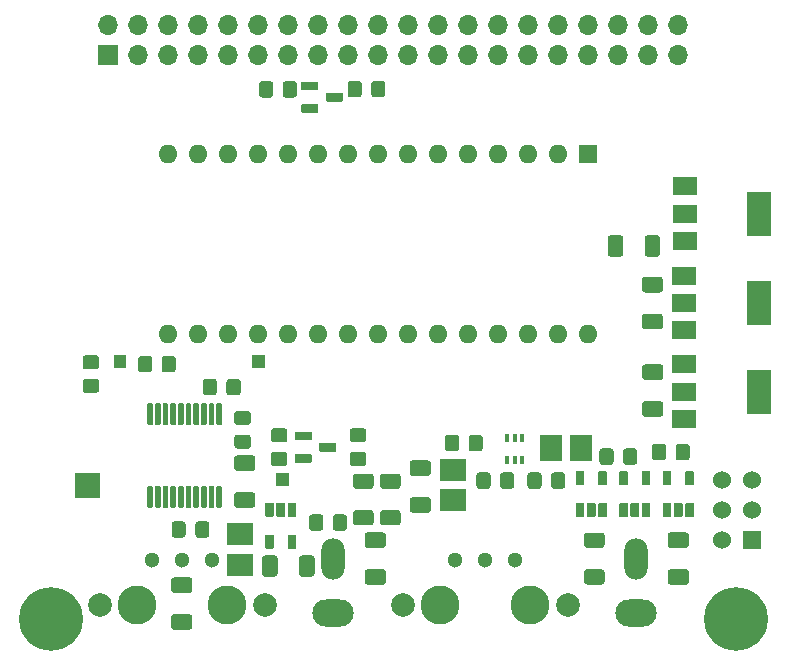
<source format=gbr>
%TF.GenerationSoftware,KiCad,Pcbnew,(5.1.7)-1*%
%TF.CreationDate,2021-08-01T21:01:40-07:00*%
%TF.ProjectId,I2SHat,49325348-6174-42e6-9b69-6361645f7063,rev?*%
%TF.SameCoordinates,Original*%
%TF.FileFunction,Soldermask,Bot*%
%TF.FilePolarity,Negative*%
%FSLAX46Y46*%
G04 Gerber Fmt 4.6, Leading zero omitted, Abs format (unit mm)*
G04 Created by KiCad (PCBNEW (5.1.7)-1) date 2021-08-01 21:01:40*
%MOMM*%
%LPD*%
G01*
G04 APERTURE LIST*
%ADD10C,0.100000*%
%ADD11O,2.000000X3.500000*%
%ADD12O,3.500000X2.300000*%
%ADD13C,2.000000*%
%ADD14O,1.600000X1.600000*%
%ADD15R,1.600000X1.600000*%
%ADD16C,3.300000*%
%ADD17C,1.300000*%
%ADD18O,1.700000X1.700000*%
%ADD19R,1.700000X1.700000*%
%ADD20R,2.000000X1.500000*%
%ADD21R,2.000000X3.800000*%
%ADD22R,0.400000X0.650000*%
%ADD23C,5.400000*%
%ADD24C,1.524000*%
%ADD25R,1.524000X1.524000*%
%ADD26R,2.200000X1.825000*%
%ADD27R,1.825000X2.200000*%
G04 APERTURE END LIST*
D10*
G36*
X68250000Y-71000000D02*
G01*
X67250000Y-71000000D01*
X67250000Y-70000000D01*
X68250000Y-70000000D01*
X68250000Y-71000000D01*
G37*
X68250000Y-71000000D02*
X67250000Y-71000000D01*
X67250000Y-70000000D01*
X68250000Y-70000000D01*
X68250000Y-71000000D01*
G36*
X82000000Y-81000000D02*
G01*
X81000000Y-81000000D01*
X81000000Y-80000000D01*
X82000000Y-80000000D01*
X82000000Y-81000000D01*
G37*
X82000000Y-81000000D02*
X81000000Y-81000000D01*
X81000000Y-80000000D01*
X82000000Y-80000000D01*
X82000000Y-81000000D01*
G36*
X80000000Y-71000000D02*
G01*
X79000000Y-71000000D01*
X79000000Y-70000000D01*
X80000000Y-70000000D01*
X80000000Y-71000000D01*
G37*
X80000000Y-71000000D02*
X79000000Y-71000000D01*
X79000000Y-70000000D01*
X80000000Y-70000000D01*
X80000000Y-71000000D01*
G36*
X66000000Y-82000000D02*
G01*
X64000000Y-82000000D01*
X64000000Y-80000000D01*
X66000000Y-80000000D01*
X66000000Y-82000000D01*
G37*
X66000000Y-82000000D02*
X64000000Y-82000000D01*
X64000000Y-80000000D01*
X66000000Y-80000000D01*
X66000000Y-82000000D01*
D11*
%TO.C,J5*%
X111506000Y-87321000D03*
D12*
X111506000Y-91821000D03*
%TD*%
D11*
%TO.C,J3*%
X85852000Y-87321000D03*
D12*
X85852000Y-91821000D03*
%TD*%
D13*
%TO.C,TP7*%
X66065000Y-91136000D03*
%TD*%
%TO.C,TP6*%
X80035000Y-91136000D03*
%TD*%
%TO.C,TP5*%
X91719000Y-91136000D03*
%TD*%
%TO.C,TP4*%
X105689000Y-91136000D03*
%TD*%
D14*
%TO.C,A1*%
X71818500Y-68262500D03*
X71818500Y-53022500D03*
X107378500Y-68262500D03*
X74358500Y-53022500D03*
X104838500Y-68262500D03*
X76898500Y-53022500D03*
X102298500Y-68262500D03*
X79438500Y-53022500D03*
X99758500Y-68262500D03*
X81978500Y-53022500D03*
X97218500Y-68262500D03*
X84518500Y-53022500D03*
X94678500Y-68262500D03*
X87058500Y-53022500D03*
X92138500Y-68262500D03*
X89598500Y-53022500D03*
X89598500Y-68262500D03*
X92138500Y-53022500D03*
X87058500Y-68262500D03*
X94678500Y-53022500D03*
X84518500Y-68262500D03*
X97218500Y-53022500D03*
X81978500Y-68262500D03*
X99758500Y-53022500D03*
X79438500Y-68262500D03*
X102298500Y-53022500D03*
X76898500Y-68262500D03*
X104838500Y-53022500D03*
X74358500Y-68262500D03*
D15*
X107378500Y-53022500D03*
%TD*%
%TO.C,U6*%
G36*
G01*
X112699000Y-82613000D02*
X112699000Y-83663000D01*
G75*
G02*
X112629000Y-83733000I-70000J0D01*
G01*
X112029000Y-83733000D01*
G75*
G02*
X111959000Y-83663000I0J70000D01*
G01*
X111959000Y-82613000D01*
G75*
G02*
X112029000Y-82543000I70000J0D01*
G01*
X112629000Y-82543000D01*
G75*
G02*
X112699000Y-82613000I0J-70000D01*
G01*
G37*
G36*
G01*
X111749000Y-82613000D02*
X111749000Y-83663000D01*
G75*
G02*
X111679000Y-83733000I-70000J0D01*
G01*
X111079000Y-83733000D01*
G75*
G02*
X111009000Y-83663000I0J70000D01*
G01*
X111009000Y-82613000D01*
G75*
G02*
X111079000Y-82543000I70000J0D01*
G01*
X111679000Y-82543000D01*
G75*
G02*
X111749000Y-82613000I0J-70000D01*
G01*
G37*
G36*
G01*
X110799000Y-82613000D02*
X110799000Y-83663000D01*
G75*
G02*
X110729000Y-83733000I-70000J0D01*
G01*
X110129000Y-83733000D01*
G75*
G02*
X110059000Y-83663000I0J70000D01*
G01*
X110059000Y-82613000D01*
G75*
G02*
X110129000Y-82543000I70000J0D01*
G01*
X110729000Y-82543000D01*
G75*
G02*
X110799000Y-82613000I0J-70000D01*
G01*
G37*
G36*
G01*
X110799000Y-79913000D02*
X110799000Y-80963000D01*
G75*
G02*
X110729000Y-81033000I-70000J0D01*
G01*
X110129000Y-81033000D01*
G75*
G02*
X110059000Y-80963000I0J70000D01*
G01*
X110059000Y-79913000D01*
G75*
G02*
X110129000Y-79843000I70000J0D01*
G01*
X110729000Y-79843000D01*
G75*
G02*
X110799000Y-79913000I0J-70000D01*
G01*
G37*
G36*
G01*
X112699000Y-79913000D02*
X112699000Y-80963000D01*
G75*
G02*
X112629000Y-81033000I-70000J0D01*
G01*
X112029000Y-81033000D01*
G75*
G02*
X111959000Y-80963000I0J70000D01*
G01*
X111959000Y-79913000D01*
G75*
G02*
X112029000Y-79843000I70000J0D01*
G01*
X112629000Y-79843000D01*
G75*
G02*
X112699000Y-79913000I0J-70000D01*
G01*
G37*
%TD*%
%TO.C,U5*%
G36*
G01*
X116382000Y-82613000D02*
X116382000Y-83663000D01*
G75*
G02*
X116312000Y-83733000I-70000J0D01*
G01*
X115712000Y-83733000D01*
G75*
G02*
X115642000Y-83663000I0J70000D01*
G01*
X115642000Y-82613000D01*
G75*
G02*
X115712000Y-82543000I70000J0D01*
G01*
X116312000Y-82543000D01*
G75*
G02*
X116382000Y-82613000I0J-70000D01*
G01*
G37*
G36*
G01*
X115432000Y-82613000D02*
X115432000Y-83663000D01*
G75*
G02*
X115362000Y-83733000I-70000J0D01*
G01*
X114762000Y-83733000D01*
G75*
G02*
X114692000Y-83663000I0J70000D01*
G01*
X114692000Y-82613000D01*
G75*
G02*
X114762000Y-82543000I70000J0D01*
G01*
X115362000Y-82543000D01*
G75*
G02*
X115432000Y-82613000I0J-70000D01*
G01*
G37*
G36*
G01*
X114482000Y-82613000D02*
X114482000Y-83663000D01*
G75*
G02*
X114412000Y-83733000I-70000J0D01*
G01*
X113812000Y-83733000D01*
G75*
G02*
X113742000Y-83663000I0J70000D01*
G01*
X113742000Y-82613000D01*
G75*
G02*
X113812000Y-82543000I70000J0D01*
G01*
X114412000Y-82543000D01*
G75*
G02*
X114482000Y-82613000I0J-70000D01*
G01*
G37*
G36*
G01*
X114482000Y-79913000D02*
X114482000Y-80963000D01*
G75*
G02*
X114412000Y-81033000I-70000J0D01*
G01*
X113812000Y-81033000D01*
G75*
G02*
X113742000Y-80963000I0J70000D01*
G01*
X113742000Y-79913000D01*
G75*
G02*
X113812000Y-79843000I70000J0D01*
G01*
X114412000Y-79843000D01*
G75*
G02*
X114482000Y-79913000I0J-70000D01*
G01*
G37*
G36*
G01*
X116382000Y-79913000D02*
X116382000Y-80963000D01*
G75*
G02*
X116312000Y-81033000I-70000J0D01*
G01*
X115712000Y-81033000D01*
G75*
G02*
X115642000Y-80963000I0J70000D01*
G01*
X115642000Y-79913000D01*
G75*
G02*
X115712000Y-79843000I70000J0D01*
G01*
X116312000Y-79843000D01*
G75*
G02*
X116382000Y-79913000I0J-70000D01*
G01*
G37*
%TD*%
%TO.C,R5*%
G36*
G01*
X104286000Y-81095001D02*
X104286000Y-80194999D01*
G75*
G02*
X104535999Y-79945000I249999J0D01*
G01*
X105236001Y-79945000D01*
G75*
G02*
X105486000Y-80194999I0J-249999D01*
G01*
X105486000Y-81095001D01*
G75*
G02*
X105236001Y-81345000I-249999J0D01*
G01*
X104535999Y-81345000D01*
G75*
G02*
X104286000Y-81095001I0J249999D01*
G01*
G37*
G36*
G01*
X102286000Y-81095001D02*
X102286000Y-80194999D01*
G75*
G02*
X102535999Y-79945000I249999J0D01*
G01*
X103236001Y-79945000D01*
G75*
G02*
X103486000Y-80194999I0J-249999D01*
G01*
X103486000Y-81095001D01*
G75*
G02*
X103236001Y-81345000I-249999J0D01*
G01*
X102535999Y-81345000D01*
G75*
G02*
X102286000Y-81095001I0J249999D01*
G01*
G37*
%TD*%
%TO.C,R1*%
G36*
G01*
X99168000Y-80194999D02*
X99168000Y-81095001D01*
G75*
G02*
X98918001Y-81345000I-249999J0D01*
G01*
X98217999Y-81345000D01*
G75*
G02*
X97968000Y-81095001I0J249999D01*
G01*
X97968000Y-80194999D01*
G75*
G02*
X98217999Y-79945000I249999J0D01*
G01*
X98918001Y-79945000D01*
G75*
G02*
X99168000Y-80194999I0J-249999D01*
G01*
G37*
G36*
G01*
X101168000Y-80194999D02*
X101168000Y-81095001D01*
G75*
G02*
X100918001Y-81345000I-249999J0D01*
G01*
X100217999Y-81345000D01*
G75*
G02*
X99968000Y-81095001I0J249999D01*
G01*
X99968000Y-80194999D01*
G75*
G02*
X100217999Y-79945000I249999J0D01*
G01*
X100918001Y-79945000D01*
G75*
G02*
X101168000Y-80194999I0J-249999D01*
G01*
G37*
%TD*%
%TO.C,C6*%
G36*
G01*
X88757997Y-88149000D02*
X90058003Y-88149000D01*
G75*
G02*
X90308000Y-88398997I0J-249997D01*
G01*
X90308000Y-89224003D01*
G75*
G02*
X90058003Y-89474000I-249997J0D01*
G01*
X88757997Y-89474000D01*
G75*
G02*
X88508000Y-89224003I0J249997D01*
G01*
X88508000Y-88398997D01*
G75*
G02*
X88757997Y-88149000I249997J0D01*
G01*
G37*
G36*
G01*
X88757997Y-85024000D02*
X90058003Y-85024000D01*
G75*
G02*
X90308000Y-85273997I0J-249997D01*
G01*
X90308000Y-86099003D01*
G75*
G02*
X90058003Y-86349000I-249997J0D01*
G01*
X88757997Y-86349000D01*
G75*
G02*
X88508000Y-86099003I0J249997D01*
G01*
X88508000Y-85273997D01*
G75*
G02*
X88757997Y-85024000I249997J0D01*
G01*
G37*
%TD*%
D16*
%TO.C,J1*%
X94869000Y-91160600D03*
X102489000Y-91160600D03*
D17*
X96139000Y-87350600D03*
X98679000Y-87350600D03*
X101219000Y-87350600D03*
%TD*%
D18*
%TO.C,J4*%
X115049300Y-42103040D03*
X115049300Y-44643040D03*
X112509300Y-42103040D03*
X112509300Y-44643040D03*
X109969300Y-42103040D03*
X109969300Y-44643040D03*
X107429300Y-42103040D03*
X107429300Y-44643040D03*
X104889300Y-42103040D03*
X104889300Y-44643040D03*
X102349300Y-42103040D03*
X102349300Y-44643040D03*
X99809300Y-42103040D03*
X99809300Y-44643040D03*
X97269300Y-42103040D03*
X97269300Y-44643040D03*
X94729300Y-42103040D03*
X94729300Y-44643040D03*
X92189300Y-42103040D03*
X92189300Y-44643040D03*
X89649300Y-42103040D03*
X89649300Y-44643040D03*
X87109300Y-42103040D03*
X87109300Y-44643040D03*
X84569300Y-42103040D03*
X84569300Y-44643040D03*
X82029300Y-42103040D03*
X82029300Y-44643040D03*
X79489300Y-42103040D03*
X79489300Y-44643040D03*
X76949300Y-42103040D03*
X76949300Y-44643040D03*
X74409300Y-42103040D03*
X74409300Y-44643040D03*
X71869300Y-42103040D03*
X71869300Y-44643040D03*
X69329300Y-42103040D03*
X69329300Y-44643040D03*
X66789300Y-42103040D03*
D19*
X66789300Y-44643040D03*
%TD*%
%TO.C,R19*%
G36*
G01*
X89058700Y-47948001D02*
X89058700Y-47047999D01*
G75*
G02*
X89308699Y-46798000I249999J0D01*
G01*
X90008701Y-46798000D01*
G75*
G02*
X90258700Y-47047999I0J-249999D01*
G01*
X90258700Y-47948001D01*
G75*
G02*
X90008701Y-48198000I-249999J0D01*
G01*
X89308699Y-48198000D01*
G75*
G02*
X89058700Y-47948001I0J249999D01*
G01*
G37*
G36*
G01*
X87058700Y-47948001D02*
X87058700Y-47047999D01*
G75*
G02*
X87308699Y-46798000I249999J0D01*
G01*
X88008701Y-46798000D01*
G75*
G02*
X88258700Y-47047999I0J-249999D01*
G01*
X88258700Y-47948001D01*
G75*
G02*
X88008701Y-48198000I-249999J0D01*
G01*
X87308699Y-48198000D01*
G75*
G02*
X87058700Y-47948001I0J249999D01*
G01*
G37*
%TD*%
%TO.C,R7*%
G36*
G01*
X89017001Y-81345200D02*
X87766999Y-81345200D01*
G75*
G02*
X87517000Y-81095201I0J249999D01*
G01*
X87517000Y-80295199D01*
G75*
G02*
X87766999Y-80045200I249999J0D01*
G01*
X89017001Y-80045200D01*
G75*
G02*
X89267000Y-80295199I0J-249999D01*
G01*
X89267000Y-81095201D01*
G75*
G02*
X89017001Y-81345200I-249999J0D01*
G01*
G37*
G36*
G01*
X89017001Y-84445200D02*
X87766999Y-84445200D01*
G75*
G02*
X87517000Y-84195201I0J249999D01*
G01*
X87517000Y-83395199D01*
G75*
G02*
X87766999Y-83145200I249999J0D01*
G01*
X89017001Y-83145200D01*
G75*
G02*
X89267000Y-83395199I0J-249999D01*
G01*
X89267000Y-84195201D01*
G75*
G02*
X89017001Y-84445200I-249999J0D01*
G01*
G37*
%TD*%
%TO.C,R8*%
G36*
G01*
X91303001Y-81345200D02*
X90052999Y-81345200D01*
G75*
G02*
X89803000Y-81095201I0J249999D01*
G01*
X89803000Y-80295199D01*
G75*
G02*
X90052999Y-80045200I249999J0D01*
G01*
X91303001Y-80045200D01*
G75*
G02*
X91553000Y-80295199I0J-249999D01*
G01*
X91553000Y-81095201D01*
G75*
G02*
X91303001Y-81345200I-249999J0D01*
G01*
G37*
G36*
G01*
X91303001Y-84445200D02*
X90052999Y-84445200D01*
G75*
G02*
X89803000Y-84195201I0J249999D01*
G01*
X89803000Y-83395199D01*
G75*
G02*
X90052999Y-83145200I249999J0D01*
G01*
X91303001Y-83145200D01*
G75*
G02*
X91553000Y-83395199I0J-249999D01*
G01*
X91553000Y-84195201D01*
G75*
G02*
X91303001Y-84445200I-249999J0D01*
G01*
G37*
%TD*%
%TO.C,R12*%
G36*
G01*
X108575001Y-86349000D02*
X107324999Y-86349000D01*
G75*
G02*
X107075000Y-86099001I0J249999D01*
G01*
X107075000Y-85298999D01*
G75*
G02*
X107324999Y-85049000I249999J0D01*
G01*
X108575001Y-85049000D01*
G75*
G02*
X108825000Y-85298999I0J-249999D01*
G01*
X108825000Y-86099001D01*
G75*
G02*
X108575001Y-86349000I-249999J0D01*
G01*
G37*
G36*
G01*
X108575001Y-89449000D02*
X107324999Y-89449000D01*
G75*
G02*
X107075000Y-89199001I0J249999D01*
G01*
X107075000Y-88398999D01*
G75*
G02*
X107324999Y-88149000I249999J0D01*
G01*
X108575001Y-88149000D01*
G75*
G02*
X108825000Y-88398999I0J-249999D01*
G01*
X108825000Y-89199001D01*
G75*
G02*
X108575001Y-89449000I-249999J0D01*
G01*
G37*
%TD*%
D20*
%TO.C,U10*%
X115556900Y-75413900D03*
X115556900Y-70813900D03*
X115556900Y-73113900D03*
D21*
X121856900Y-73113900D03*
%TD*%
D20*
%TO.C,U11*%
X115582300Y-67920900D03*
X115582300Y-63320900D03*
X115582300Y-65620900D03*
D21*
X121882300Y-65620900D03*
%TD*%
D20*
%TO.C,U9*%
X115607700Y-60339000D03*
X115607700Y-55739000D03*
X115607700Y-58039000D03*
D21*
X121907700Y-58039000D03*
%TD*%
%TO.C,U7*%
G36*
G01*
X76316300Y-75974100D02*
X76066300Y-75974100D01*
G75*
G02*
X75941300Y-75849100I0J125000D01*
G01*
X75941300Y-74199100D01*
G75*
G02*
X76066300Y-74074100I125000J0D01*
G01*
X76316300Y-74074100D01*
G75*
G02*
X76441300Y-74199100I0J-125000D01*
G01*
X76441300Y-75849100D01*
G75*
G02*
X76316300Y-75974100I-125000J0D01*
G01*
G37*
G36*
G01*
X75666300Y-75974100D02*
X75416300Y-75974100D01*
G75*
G02*
X75291300Y-75849100I0J125000D01*
G01*
X75291300Y-74199100D01*
G75*
G02*
X75416300Y-74074100I125000J0D01*
G01*
X75666300Y-74074100D01*
G75*
G02*
X75791300Y-74199100I0J-125000D01*
G01*
X75791300Y-75849100D01*
G75*
G02*
X75666300Y-75974100I-125000J0D01*
G01*
G37*
G36*
G01*
X75016300Y-75974100D02*
X74766300Y-75974100D01*
G75*
G02*
X74641300Y-75849100I0J125000D01*
G01*
X74641300Y-74199100D01*
G75*
G02*
X74766300Y-74074100I125000J0D01*
G01*
X75016300Y-74074100D01*
G75*
G02*
X75141300Y-74199100I0J-125000D01*
G01*
X75141300Y-75849100D01*
G75*
G02*
X75016300Y-75974100I-125000J0D01*
G01*
G37*
G36*
G01*
X74366300Y-75974100D02*
X74116300Y-75974100D01*
G75*
G02*
X73991300Y-75849100I0J125000D01*
G01*
X73991300Y-74199100D01*
G75*
G02*
X74116300Y-74074100I125000J0D01*
G01*
X74366300Y-74074100D01*
G75*
G02*
X74491300Y-74199100I0J-125000D01*
G01*
X74491300Y-75849100D01*
G75*
G02*
X74366300Y-75974100I-125000J0D01*
G01*
G37*
G36*
G01*
X73716300Y-75974100D02*
X73466300Y-75974100D01*
G75*
G02*
X73341300Y-75849100I0J125000D01*
G01*
X73341300Y-74199100D01*
G75*
G02*
X73466300Y-74074100I125000J0D01*
G01*
X73716300Y-74074100D01*
G75*
G02*
X73841300Y-74199100I0J-125000D01*
G01*
X73841300Y-75849100D01*
G75*
G02*
X73716300Y-75974100I-125000J0D01*
G01*
G37*
G36*
G01*
X73066300Y-75974100D02*
X72816300Y-75974100D01*
G75*
G02*
X72691300Y-75849100I0J125000D01*
G01*
X72691300Y-74199100D01*
G75*
G02*
X72816300Y-74074100I125000J0D01*
G01*
X73066300Y-74074100D01*
G75*
G02*
X73191300Y-74199100I0J-125000D01*
G01*
X73191300Y-75849100D01*
G75*
G02*
X73066300Y-75974100I-125000J0D01*
G01*
G37*
G36*
G01*
X72416300Y-75974100D02*
X72166300Y-75974100D01*
G75*
G02*
X72041300Y-75849100I0J125000D01*
G01*
X72041300Y-74199100D01*
G75*
G02*
X72166300Y-74074100I125000J0D01*
G01*
X72416300Y-74074100D01*
G75*
G02*
X72541300Y-74199100I0J-125000D01*
G01*
X72541300Y-75849100D01*
G75*
G02*
X72416300Y-75974100I-125000J0D01*
G01*
G37*
G36*
G01*
X71766300Y-75974100D02*
X71516300Y-75974100D01*
G75*
G02*
X71391300Y-75849100I0J125000D01*
G01*
X71391300Y-74199100D01*
G75*
G02*
X71516300Y-74074100I125000J0D01*
G01*
X71766300Y-74074100D01*
G75*
G02*
X71891300Y-74199100I0J-125000D01*
G01*
X71891300Y-75849100D01*
G75*
G02*
X71766300Y-75974100I-125000J0D01*
G01*
G37*
G36*
G01*
X71116300Y-75974100D02*
X70866300Y-75974100D01*
G75*
G02*
X70741300Y-75849100I0J125000D01*
G01*
X70741300Y-74199100D01*
G75*
G02*
X70866300Y-74074100I125000J0D01*
G01*
X71116300Y-74074100D01*
G75*
G02*
X71241300Y-74199100I0J-125000D01*
G01*
X71241300Y-75849100D01*
G75*
G02*
X71116300Y-75974100I-125000J0D01*
G01*
G37*
G36*
G01*
X70466300Y-75974100D02*
X70216300Y-75974100D01*
G75*
G02*
X70091300Y-75849100I0J125000D01*
G01*
X70091300Y-74199100D01*
G75*
G02*
X70216300Y-74074100I125000J0D01*
G01*
X70466300Y-74074100D01*
G75*
G02*
X70591300Y-74199100I0J-125000D01*
G01*
X70591300Y-75849100D01*
G75*
G02*
X70466300Y-75974100I-125000J0D01*
G01*
G37*
G36*
G01*
X70466300Y-82974100D02*
X70216300Y-82974100D01*
G75*
G02*
X70091300Y-82849100I0J125000D01*
G01*
X70091300Y-81199100D01*
G75*
G02*
X70216300Y-81074100I125000J0D01*
G01*
X70466300Y-81074100D01*
G75*
G02*
X70591300Y-81199100I0J-125000D01*
G01*
X70591300Y-82849100D01*
G75*
G02*
X70466300Y-82974100I-125000J0D01*
G01*
G37*
G36*
G01*
X71116300Y-82974100D02*
X70866300Y-82974100D01*
G75*
G02*
X70741300Y-82849100I0J125000D01*
G01*
X70741300Y-81199100D01*
G75*
G02*
X70866300Y-81074100I125000J0D01*
G01*
X71116300Y-81074100D01*
G75*
G02*
X71241300Y-81199100I0J-125000D01*
G01*
X71241300Y-82849100D01*
G75*
G02*
X71116300Y-82974100I-125000J0D01*
G01*
G37*
G36*
G01*
X71766300Y-82974100D02*
X71516300Y-82974100D01*
G75*
G02*
X71391300Y-82849100I0J125000D01*
G01*
X71391300Y-81199100D01*
G75*
G02*
X71516300Y-81074100I125000J0D01*
G01*
X71766300Y-81074100D01*
G75*
G02*
X71891300Y-81199100I0J-125000D01*
G01*
X71891300Y-82849100D01*
G75*
G02*
X71766300Y-82974100I-125000J0D01*
G01*
G37*
G36*
G01*
X72416300Y-82974100D02*
X72166300Y-82974100D01*
G75*
G02*
X72041300Y-82849100I0J125000D01*
G01*
X72041300Y-81199100D01*
G75*
G02*
X72166300Y-81074100I125000J0D01*
G01*
X72416300Y-81074100D01*
G75*
G02*
X72541300Y-81199100I0J-125000D01*
G01*
X72541300Y-82849100D01*
G75*
G02*
X72416300Y-82974100I-125000J0D01*
G01*
G37*
G36*
G01*
X73066300Y-82974100D02*
X72816300Y-82974100D01*
G75*
G02*
X72691300Y-82849100I0J125000D01*
G01*
X72691300Y-81199100D01*
G75*
G02*
X72816300Y-81074100I125000J0D01*
G01*
X73066300Y-81074100D01*
G75*
G02*
X73191300Y-81199100I0J-125000D01*
G01*
X73191300Y-82849100D01*
G75*
G02*
X73066300Y-82974100I-125000J0D01*
G01*
G37*
G36*
G01*
X73716300Y-82974100D02*
X73466300Y-82974100D01*
G75*
G02*
X73341300Y-82849100I0J125000D01*
G01*
X73341300Y-81199100D01*
G75*
G02*
X73466300Y-81074100I125000J0D01*
G01*
X73716300Y-81074100D01*
G75*
G02*
X73841300Y-81199100I0J-125000D01*
G01*
X73841300Y-82849100D01*
G75*
G02*
X73716300Y-82974100I-125000J0D01*
G01*
G37*
G36*
G01*
X74366300Y-82974100D02*
X74116300Y-82974100D01*
G75*
G02*
X73991300Y-82849100I0J125000D01*
G01*
X73991300Y-81199100D01*
G75*
G02*
X74116300Y-81074100I125000J0D01*
G01*
X74366300Y-81074100D01*
G75*
G02*
X74491300Y-81199100I0J-125000D01*
G01*
X74491300Y-82849100D01*
G75*
G02*
X74366300Y-82974100I-125000J0D01*
G01*
G37*
G36*
G01*
X75016300Y-82974100D02*
X74766300Y-82974100D01*
G75*
G02*
X74641300Y-82849100I0J125000D01*
G01*
X74641300Y-81199100D01*
G75*
G02*
X74766300Y-81074100I125000J0D01*
G01*
X75016300Y-81074100D01*
G75*
G02*
X75141300Y-81199100I0J-125000D01*
G01*
X75141300Y-82849100D01*
G75*
G02*
X75016300Y-82974100I-125000J0D01*
G01*
G37*
G36*
G01*
X75666300Y-82974100D02*
X75416300Y-82974100D01*
G75*
G02*
X75291300Y-82849100I0J125000D01*
G01*
X75291300Y-81199100D01*
G75*
G02*
X75416300Y-81074100I125000J0D01*
G01*
X75666300Y-81074100D01*
G75*
G02*
X75791300Y-81199100I0J-125000D01*
G01*
X75791300Y-82849100D01*
G75*
G02*
X75666300Y-82974100I-125000J0D01*
G01*
G37*
G36*
G01*
X76316300Y-82974100D02*
X76066300Y-82974100D01*
G75*
G02*
X75941300Y-82849100I0J125000D01*
G01*
X75941300Y-81199100D01*
G75*
G02*
X76066300Y-81074100I125000J0D01*
G01*
X76316300Y-81074100D01*
G75*
G02*
X76441300Y-81199100I0J-125000D01*
G01*
X76441300Y-82849100D01*
G75*
G02*
X76316300Y-82974100I-125000J0D01*
G01*
G37*
%TD*%
D22*
%TO.C,U2*%
X101869000Y-77028000D03*
X100569000Y-77028000D03*
X101219000Y-78928000D03*
X101219000Y-77028000D03*
X100569000Y-78928000D03*
X101869000Y-78928000D03*
%TD*%
%TO.C,U4*%
G36*
G01*
X109016000Y-82613000D02*
X109016000Y-83663000D01*
G75*
G02*
X108946000Y-83733000I-70000J0D01*
G01*
X108346000Y-83733000D01*
G75*
G02*
X108276000Y-83663000I0J70000D01*
G01*
X108276000Y-82613000D01*
G75*
G02*
X108346000Y-82543000I70000J0D01*
G01*
X108946000Y-82543000D01*
G75*
G02*
X109016000Y-82613000I0J-70000D01*
G01*
G37*
G36*
G01*
X108066000Y-82613000D02*
X108066000Y-83663000D01*
G75*
G02*
X107996000Y-83733000I-70000J0D01*
G01*
X107396000Y-83733000D01*
G75*
G02*
X107326000Y-83663000I0J70000D01*
G01*
X107326000Y-82613000D01*
G75*
G02*
X107396000Y-82543000I70000J0D01*
G01*
X107996000Y-82543000D01*
G75*
G02*
X108066000Y-82613000I0J-70000D01*
G01*
G37*
G36*
G01*
X107116000Y-82613000D02*
X107116000Y-83663000D01*
G75*
G02*
X107046000Y-83733000I-70000J0D01*
G01*
X106446000Y-83733000D01*
G75*
G02*
X106376000Y-83663000I0J70000D01*
G01*
X106376000Y-82613000D01*
G75*
G02*
X106446000Y-82543000I70000J0D01*
G01*
X107046000Y-82543000D01*
G75*
G02*
X107116000Y-82613000I0J-70000D01*
G01*
G37*
G36*
G01*
X107116000Y-79913000D02*
X107116000Y-80963000D01*
G75*
G02*
X107046000Y-81033000I-70000J0D01*
G01*
X106446000Y-81033000D01*
G75*
G02*
X106376000Y-80963000I0J70000D01*
G01*
X106376000Y-79913000D01*
G75*
G02*
X106446000Y-79843000I70000J0D01*
G01*
X107046000Y-79843000D01*
G75*
G02*
X107116000Y-79913000I0J-70000D01*
G01*
G37*
G36*
G01*
X109016000Y-79913000D02*
X109016000Y-80963000D01*
G75*
G02*
X108946000Y-81033000I-70000J0D01*
G01*
X108346000Y-81033000D01*
G75*
G02*
X108276000Y-80963000I0J70000D01*
G01*
X108276000Y-79913000D01*
G75*
G02*
X108346000Y-79843000I70000J0D01*
G01*
X108946000Y-79843000D01*
G75*
G02*
X109016000Y-79913000I0J-70000D01*
G01*
G37*
%TD*%
D23*
%TO.C,H2*%
X119938800Y-92379800D03*
%TD*%
%TO.C,H1*%
X61925200Y-92379800D03*
%TD*%
D24*
%TO.C,SW1*%
X118729000Y-85651200D03*
X118729000Y-83111200D03*
X118729000Y-80571200D03*
X121269000Y-80571200D03*
X121269000Y-83111200D03*
D25*
X121269000Y-85651200D03*
%TD*%
%TO.C,R11*%
G36*
G01*
X109582000Y-78162999D02*
X109582000Y-79063001D01*
G75*
G02*
X109332001Y-79313000I-249999J0D01*
G01*
X108631999Y-79313000D01*
G75*
G02*
X108382000Y-79063001I0J249999D01*
G01*
X108382000Y-78162999D01*
G75*
G02*
X108631999Y-77913000I249999J0D01*
G01*
X109332001Y-77913000D01*
G75*
G02*
X109582000Y-78162999I0J-249999D01*
G01*
G37*
G36*
G01*
X111582000Y-78162999D02*
X111582000Y-79063001D01*
G75*
G02*
X111332001Y-79313000I-249999J0D01*
G01*
X110631999Y-79313000D01*
G75*
G02*
X110382000Y-79063001I0J249999D01*
G01*
X110382000Y-78162999D01*
G75*
G02*
X110631999Y-77913000I249999J0D01*
G01*
X111332001Y-77913000D01*
G75*
G02*
X111582000Y-78162999I0J-249999D01*
G01*
G37*
%TD*%
%TO.C,R9*%
G36*
G01*
X114027000Y-77781999D02*
X114027000Y-78682001D01*
G75*
G02*
X113777001Y-78932000I-249999J0D01*
G01*
X113076999Y-78932000D01*
G75*
G02*
X112827000Y-78682001I0J249999D01*
G01*
X112827000Y-77781999D01*
G75*
G02*
X113076999Y-77532000I249999J0D01*
G01*
X113777001Y-77532000D01*
G75*
G02*
X114027000Y-77781999I0J-249999D01*
G01*
G37*
G36*
G01*
X116027000Y-77781999D02*
X116027000Y-78682001D01*
G75*
G02*
X115777001Y-78932000I-249999J0D01*
G01*
X115076999Y-78932000D01*
G75*
G02*
X114827000Y-78682001I0J249999D01*
G01*
X114827000Y-77781999D01*
G75*
G02*
X115076999Y-77532000I249999J0D01*
G01*
X115777001Y-77532000D01*
G75*
G02*
X116027000Y-77781999I0J-249999D01*
G01*
G37*
%TD*%
D26*
%TO.C,L1*%
X96012000Y-79738500D03*
X96012000Y-82313500D03*
%TD*%
%TO.C,C7*%
G36*
G01*
X114411997Y-88149000D02*
X115712003Y-88149000D01*
G75*
G02*
X115962000Y-88398997I0J-249997D01*
G01*
X115962000Y-89224003D01*
G75*
G02*
X115712003Y-89474000I-249997J0D01*
G01*
X114411997Y-89474000D01*
G75*
G02*
X114162000Y-89224003I0J249997D01*
G01*
X114162000Y-88398997D01*
G75*
G02*
X114411997Y-88149000I249997J0D01*
G01*
G37*
G36*
G01*
X114411997Y-85024000D02*
X115712003Y-85024000D01*
G75*
G02*
X115962000Y-85273997I0J-249997D01*
G01*
X115962000Y-86099003D01*
G75*
G02*
X115712003Y-86349000I-249997J0D01*
G01*
X114411997Y-86349000D01*
G75*
G02*
X114162000Y-86099003I0J249997D01*
G01*
X114162000Y-85273997D01*
G75*
G02*
X114411997Y-85024000I249997J0D01*
G01*
G37*
%TD*%
%TO.C,U3*%
G36*
G01*
X80087000Y-83630000D02*
X80087000Y-82580000D01*
G75*
G02*
X80157000Y-82510000I70000J0D01*
G01*
X80757000Y-82510000D01*
G75*
G02*
X80827000Y-82580000I0J-70000D01*
G01*
X80827000Y-83630000D01*
G75*
G02*
X80757000Y-83700000I-70000J0D01*
G01*
X80157000Y-83700000D01*
G75*
G02*
X80087000Y-83630000I0J70000D01*
G01*
G37*
G36*
G01*
X81037000Y-83630000D02*
X81037000Y-82580000D01*
G75*
G02*
X81107000Y-82510000I70000J0D01*
G01*
X81707000Y-82510000D01*
G75*
G02*
X81777000Y-82580000I0J-70000D01*
G01*
X81777000Y-83630000D01*
G75*
G02*
X81707000Y-83700000I-70000J0D01*
G01*
X81107000Y-83700000D01*
G75*
G02*
X81037000Y-83630000I0J70000D01*
G01*
G37*
G36*
G01*
X81987000Y-83630000D02*
X81987000Y-82580000D01*
G75*
G02*
X82057000Y-82510000I70000J0D01*
G01*
X82657000Y-82510000D01*
G75*
G02*
X82727000Y-82580000I0J-70000D01*
G01*
X82727000Y-83630000D01*
G75*
G02*
X82657000Y-83700000I-70000J0D01*
G01*
X82057000Y-83700000D01*
G75*
G02*
X81987000Y-83630000I0J70000D01*
G01*
G37*
G36*
G01*
X81987000Y-86330000D02*
X81987000Y-85280000D01*
G75*
G02*
X82057000Y-85210000I70000J0D01*
G01*
X82657000Y-85210000D01*
G75*
G02*
X82727000Y-85280000I0J-70000D01*
G01*
X82727000Y-86330000D01*
G75*
G02*
X82657000Y-86400000I-70000J0D01*
G01*
X82057000Y-86400000D01*
G75*
G02*
X81987000Y-86330000I0J70000D01*
G01*
G37*
G36*
G01*
X80087000Y-86330000D02*
X80087000Y-85280000D01*
G75*
G02*
X80157000Y-85210000I70000J0D01*
G01*
X80757000Y-85210000D01*
G75*
G02*
X80827000Y-85280000I0J-70000D01*
G01*
X80827000Y-86330000D01*
G75*
G02*
X80757000Y-86400000I-70000J0D01*
G01*
X80157000Y-86400000D01*
G75*
G02*
X80087000Y-86330000I0J70000D01*
G01*
G37*
%TD*%
%TO.C,R27*%
G36*
G01*
X64878799Y-72028000D02*
X65778801Y-72028000D01*
G75*
G02*
X66028800Y-72277999I0J-249999D01*
G01*
X66028800Y-72978001D01*
G75*
G02*
X65778801Y-73228000I-249999J0D01*
G01*
X64878799Y-73228000D01*
G75*
G02*
X64628800Y-72978001I0J249999D01*
G01*
X64628800Y-72277999D01*
G75*
G02*
X64878799Y-72028000I249999J0D01*
G01*
G37*
G36*
G01*
X64878799Y-70028000D02*
X65778801Y-70028000D01*
G75*
G02*
X66028800Y-70277999I0J-249999D01*
G01*
X66028800Y-70978001D01*
G75*
G02*
X65778801Y-71228000I-249999J0D01*
G01*
X64878799Y-71228000D01*
G75*
G02*
X64628800Y-70978001I0J249999D01*
G01*
X64628800Y-70277999D01*
G75*
G02*
X64878799Y-70028000I249999J0D01*
G01*
G37*
%TD*%
%TO.C,R23*%
G36*
G01*
X70516800Y-70339799D02*
X70516800Y-71239801D01*
G75*
G02*
X70266801Y-71489800I-249999J0D01*
G01*
X69566799Y-71489800D01*
G75*
G02*
X69316800Y-71239801I0J249999D01*
G01*
X69316800Y-70339799D01*
G75*
G02*
X69566799Y-70089800I249999J0D01*
G01*
X70266801Y-70089800D01*
G75*
G02*
X70516800Y-70339799I0J-249999D01*
G01*
G37*
G36*
G01*
X72516800Y-70339799D02*
X72516800Y-71239801D01*
G75*
G02*
X72266801Y-71489800I-249999J0D01*
G01*
X71566799Y-71489800D01*
G75*
G02*
X71316800Y-71239801I0J249999D01*
G01*
X71316800Y-70339799D01*
G75*
G02*
X71566799Y-70089800I249999J0D01*
G01*
X72266801Y-70089800D01*
G75*
G02*
X72516800Y-70339799I0J-249999D01*
G01*
G37*
%TD*%
%TO.C,R21*%
G36*
G01*
X76803200Y-73170201D02*
X76803200Y-72270199D01*
G75*
G02*
X77053199Y-72020200I249999J0D01*
G01*
X77753201Y-72020200D01*
G75*
G02*
X78003200Y-72270199I0J-249999D01*
G01*
X78003200Y-73170201D01*
G75*
G02*
X77753201Y-73420200I-249999J0D01*
G01*
X77053199Y-73420200D01*
G75*
G02*
X76803200Y-73170201I0J249999D01*
G01*
G37*
G36*
G01*
X74803200Y-73170201D02*
X74803200Y-72270199D01*
G75*
G02*
X75053199Y-72020200I249999J0D01*
G01*
X75753201Y-72020200D01*
G75*
G02*
X76003200Y-72270199I0J-249999D01*
G01*
X76003200Y-73170201D01*
G75*
G02*
X75753201Y-73420200I-249999J0D01*
G01*
X75053199Y-73420200D01*
G75*
G02*
X74803200Y-73170201I0J249999D01*
G01*
G37*
%TD*%
%TO.C,R20*%
G36*
G01*
X73361600Y-84335199D02*
X73361600Y-85235201D01*
G75*
G02*
X73111601Y-85485200I-249999J0D01*
G01*
X72411599Y-85485200D01*
G75*
G02*
X72161600Y-85235201I0J249999D01*
G01*
X72161600Y-84335199D01*
G75*
G02*
X72411599Y-84085200I249999J0D01*
G01*
X73111601Y-84085200D01*
G75*
G02*
X73361600Y-84335199I0J-249999D01*
G01*
G37*
G36*
G01*
X75361600Y-84335199D02*
X75361600Y-85235201D01*
G75*
G02*
X75111601Y-85485200I-249999J0D01*
G01*
X74411599Y-85485200D01*
G75*
G02*
X74161600Y-85235201I0J249999D01*
G01*
X74161600Y-84335199D01*
G75*
G02*
X74411599Y-84085200I249999J0D01*
G01*
X75111601Y-84085200D01*
G75*
G02*
X75361600Y-84335199I0J-249999D01*
G01*
G37*
%TD*%
%TO.C,R24*%
G36*
G01*
X81717301Y-77412900D02*
X80817299Y-77412900D01*
G75*
G02*
X80567300Y-77162901I0J249999D01*
G01*
X80567300Y-76462899D01*
G75*
G02*
X80817299Y-76212900I249999J0D01*
G01*
X81717301Y-76212900D01*
G75*
G02*
X81967300Y-76462899I0J-249999D01*
G01*
X81967300Y-77162901D01*
G75*
G02*
X81717301Y-77412900I-249999J0D01*
G01*
G37*
G36*
G01*
X81717301Y-79412900D02*
X80817299Y-79412900D01*
G75*
G02*
X80567300Y-79162901I0J249999D01*
G01*
X80567300Y-78462899D01*
G75*
G02*
X80817299Y-78212900I249999J0D01*
G01*
X81717301Y-78212900D01*
G75*
G02*
X81967300Y-78462899I0J-249999D01*
G01*
X81967300Y-79162901D01*
G75*
G02*
X81717301Y-79412900I-249999J0D01*
G01*
G37*
%TD*%
%TO.C,R25*%
G36*
G01*
X87497499Y-78212900D02*
X88397501Y-78212900D01*
G75*
G02*
X88647500Y-78462899I0J-249999D01*
G01*
X88647500Y-79162901D01*
G75*
G02*
X88397501Y-79412900I-249999J0D01*
G01*
X87497499Y-79412900D01*
G75*
G02*
X87247500Y-79162901I0J249999D01*
G01*
X87247500Y-78462899D01*
G75*
G02*
X87497499Y-78212900I249999J0D01*
G01*
G37*
G36*
G01*
X87497499Y-76212900D02*
X88397501Y-76212900D01*
G75*
G02*
X88647500Y-76462899I0J-249999D01*
G01*
X88647500Y-77162901D01*
G75*
G02*
X88397501Y-77412900I-249999J0D01*
G01*
X87497499Y-77412900D01*
G75*
G02*
X87247500Y-77162901I0J249999D01*
G01*
X87247500Y-76462899D01*
G75*
G02*
X87497499Y-76212900I249999J0D01*
G01*
G37*
%TD*%
%TO.C,R2*%
G36*
G01*
X96501000Y-77019999D02*
X96501000Y-77920001D01*
G75*
G02*
X96251001Y-78170000I-249999J0D01*
G01*
X95550999Y-78170000D01*
G75*
G02*
X95301000Y-77920001I0J249999D01*
G01*
X95301000Y-77019999D01*
G75*
G02*
X95550999Y-76770000I249999J0D01*
G01*
X96251001Y-76770000D01*
G75*
G02*
X96501000Y-77019999I0J-249999D01*
G01*
G37*
G36*
G01*
X98501000Y-77019999D02*
X98501000Y-77920001D01*
G75*
G02*
X98251001Y-78170000I-249999J0D01*
G01*
X97550999Y-78170000D01*
G75*
G02*
X97301000Y-77920001I0J249999D01*
G01*
X97301000Y-77019999D01*
G75*
G02*
X97550999Y-76770000I249999J0D01*
G01*
X98251001Y-76770000D01*
G75*
G02*
X98501000Y-77019999I0J-249999D01*
G01*
G37*
%TD*%
%TO.C,R30*%
G36*
G01*
X77718499Y-76749100D02*
X78618501Y-76749100D01*
G75*
G02*
X78868500Y-76999099I0J-249999D01*
G01*
X78868500Y-77699101D01*
G75*
G02*
X78618501Y-77949100I-249999J0D01*
G01*
X77718499Y-77949100D01*
G75*
G02*
X77468500Y-77699101I0J249999D01*
G01*
X77468500Y-76999099D01*
G75*
G02*
X77718499Y-76749100I249999J0D01*
G01*
G37*
G36*
G01*
X77718499Y-74749100D02*
X78618501Y-74749100D01*
G75*
G02*
X78868500Y-74999099I0J-249999D01*
G01*
X78868500Y-75699101D01*
G75*
G02*
X78618501Y-75949100I-249999J0D01*
G01*
X77718499Y-75949100D01*
G75*
G02*
X77468500Y-75699101I0J249999D01*
G01*
X77468500Y-74999099D01*
G75*
G02*
X77718499Y-74749100I249999J0D01*
G01*
G37*
%TD*%
%TO.C,R18*%
G36*
G01*
X81565700Y-47973401D02*
X81565700Y-47073399D01*
G75*
G02*
X81815699Y-46823400I249999J0D01*
G01*
X82515701Y-46823400D01*
G75*
G02*
X82765700Y-47073399I0J-249999D01*
G01*
X82765700Y-47973401D01*
G75*
G02*
X82515701Y-48223400I-249999J0D01*
G01*
X81815699Y-48223400D01*
G75*
G02*
X81565700Y-47973401I0J249999D01*
G01*
G37*
G36*
G01*
X79565700Y-47973401D02*
X79565700Y-47073399D01*
G75*
G02*
X79815699Y-46823400I249999J0D01*
G01*
X80515701Y-46823400D01*
G75*
G02*
X80765700Y-47073399I0J-249999D01*
G01*
X80765700Y-47973401D01*
G75*
G02*
X80515701Y-48223400I-249999J0D01*
G01*
X79815699Y-48223400D01*
G75*
G02*
X79565700Y-47973401I0J249999D01*
G01*
G37*
%TD*%
%TO.C,R3*%
G36*
G01*
X85807500Y-84651001D02*
X85807500Y-83750999D01*
G75*
G02*
X86057499Y-83501000I249999J0D01*
G01*
X86757501Y-83501000D01*
G75*
G02*
X87007500Y-83750999I0J-249999D01*
G01*
X87007500Y-84651001D01*
G75*
G02*
X86757501Y-84901000I-249999J0D01*
G01*
X86057499Y-84901000D01*
G75*
G02*
X85807500Y-84651001I0J249999D01*
G01*
G37*
G36*
G01*
X83807500Y-84651001D02*
X83807500Y-83750999D01*
G75*
G02*
X84057499Y-83501000I249999J0D01*
G01*
X84757501Y-83501000D01*
G75*
G02*
X85007500Y-83750999I0J-249999D01*
G01*
X85007500Y-84651001D01*
G75*
G02*
X84757501Y-84901000I-249999J0D01*
G01*
X84057499Y-84901000D01*
G75*
G02*
X83807500Y-84651001I0J249999D01*
G01*
G37*
%TD*%
%TO.C,Q4*%
G36*
G01*
X82570700Y-79062900D02*
X82570700Y-78462900D01*
G75*
G02*
X82640700Y-78392900I70000J0D01*
G01*
X83940700Y-78392900D01*
G75*
G02*
X84010700Y-78462900I0J-70000D01*
G01*
X84010700Y-79062900D01*
G75*
G02*
X83940700Y-79132900I-70000J0D01*
G01*
X82640700Y-79132900D01*
G75*
G02*
X82570700Y-79062900I0J70000D01*
G01*
G37*
G36*
G01*
X82570700Y-77162900D02*
X82570700Y-76562900D01*
G75*
G02*
X82640700Y-76492900I70000J0D01*
G01*
X83940700Y-76492900D01*
G75*
G02*
X84010700Y-76562900I0J-70000D01*
G01*
X84010700Y-77162900D01*
G75*
G02*
X83940700Y-77232900I-70000J0D01*
G01*
X82640700Y-77232900D01*
G75*
G02*
X82570700Y-77162900I0J70000D01*
G01*
G37*
G36*
G01*
X84670700Y-78112900D02*
X84670700Y-77512900D01*
G75*
G02*
X84740700Y-77442900I70000J0D01*
G01*
X86040700Y-77442900D01*
G75*
G02*
X86110700Y-77512900I0J-70000D01*
G01*
X86110700Y-78112900D01*
G75*
G02*
X86040700Y-78182900I-70000J0D01*
G01*
X84740700Y-78182900D01*
G75*
G02*
X84670700Y-78112900I0J70000D01*
G01*
G37*
%TD*%
%TO.C,Q3*%
G36*
G01*
X83129500Y-49433800D02*
X83129500Y-48833800D01*
G75*
G02*
X83199500Y-48763800I70000J0D01*
G01*
X84499500Y-48763800D01*
G75*
G02*
X84569500Y-48833800I0J-70000D01*
G01*
X84569500Y-49433800D01*
G75*
G02*
X84499500Y-49503800I-70000J0D01*
G01*
X83199500Y-49503800D01*
G75*
G02*
X83129500Y-49433800I0J70000D01*
G01*
G37*
G36*
G01*
X83129500Y-47533800D02*
X83129500Y-46933800D01*
G75*
G02*
X83199500Y-46863800I70000J0D01*
G01*
X84499500Y-46863800D01*
G75*
G02*
X84569500Y-46933800I0J-70000D01*
G01*
X84569500Y-47533800D01*
G75*
G02*
X84499500Y-47603800I-70000J0D01*
G01*
X83199500Y-47603800D01*
G75*
G02*
X83129500Y-47533800I0J70000D01*
G01*
G37*
G36*
G01*
X85229500Y-48483800D02*
X85229500Y-47883800D01*
G75*
G02*
X85299500Y-47813800I70000J0D01*
G01*
X86599500Y-47813800D01*
G75*
G02*
X86669500Y-47883800I0J-70000D01*
G01*
X86669500Y-48483800D01*
G75*
G02*
X86599500Y-48553800I-70000J0D01*
G01*
X85299500Y-48553800D01*
G75*
G02*
X85229500Y-48483800I0J70000D01*
G01*
G37*
%TD*%
D27*
%TO.C,L3*%
X106824500Y-77851000D03*
X104249500Y-77851000D03*
%TD*%
D26*
%TO.C,L2*%
X77978000Y-85199500D03*
X77978000Y-87774500D03*
%TD*%
D16*
%TO.C,J2*%
X69215000Y-91160600D03*
X76835000Y-91160600D03*
D17*
X70485000Y-87350600D03*
X73025000Y-87350600D03*
X75565000Y-87350600D03*
%TD*%
%TO.C,C4*%
G36*
G01*
X93868003Y-80253000D02*
X92567997Y-80253000D01*
G75*
G02*
X92318000Y-80003003I0J249997D01*
G01*
X92318000Y-79177997D01*
G75*
G02*
X92567997Y-78928000I249997J0D01*
G01*
X93868003Y-78928000D01*
G75*
G02*
X94118000Y-79177997I0J-249997D01*
G01*
X94118000Y-80003003D01*
G75*
G02*
X93868003Y-80253000I-249997J0D01*
G01*
G37*
G36*
G01*
X93868003Y-83378000D02*
X92567997Y-83378000D01*
G75*
G02*
X92318000Y-83128003I0J249997D01*
G01*
X92318000Y-82302997D01*
G75*
G02*
X92567997Y-82053000I249997J0D01*
G01*
X93868003Y-82053000D01*
G75*
G02*
X94118000Y-82302997I0J-249997D01*
G01*
X94118000Y-83128003D01*
G75*
G02*
X93868003Y-83378000I-249997J0D01*
G01*
G37*
%TD*%
%TO.C,C5*%
G36*
G01*
X72374997Y-91959000D02*
X73675003Y-91959000D01*
G75*
G02*
X73925000Y-92208997I0J-249997D01*
G01*
X73925000Y-93034003D01*
G75*
G02*
X73675003Y-93284000I-249997J0D01*
G01*
X72374997Y-93284000D01*
G75*
G02*
X72125000Y-93034003I0J249997D01*
G01*
X72125000Y-92208997D01*
G75*
G02*
X72374997Y-91959000I249997J0D01*
G01*
G37*
G36*
G01*
X72374997Y-88834000D02*
X73675003Y-88834000D01*
G75*
G02*
X73925000Y-89083997I0J-249997D01*
G01*
X73925000Y-89909003D01*
G75*
G02*
X73675003Y-90159000I-249997J0D01*
G01*
X72374997Y-90159000D01*
G75*
G02*
X72125000Y-89909003I0J249997D01*
G01*
X72125000Y-89083997D01*
G75*
G02*
X72374997Y-88834000I249997J0D01*
G01*
G37*
%TD*%
%TO.C,C17*%
G36*
G01*
X78996303Y-79834300D02*
X77696297Y-79834300D01*
G75*
G02*
X77446300Y-79584303I0J249997D01*
G01*
X77446300Y-78759297D01*
G75*
G02*
X77696297Y-78509300I249997J0D01*
G01*
X78996303Y-78509300D01*
G75*
G02*
X79246300Y-78759297I0J-249997D01*
G01*
X79246300Y-79584303D01*
G75*
G02*
X78996303Y-79834300I-249997J0D01*
G01*
G37*
G36*
G01*
X78996303Y-82959300D02*
X77696297Y-82959300D01*
G75*
G02*
X77446300Y-82709303I0J249997D01*
G01*
X77446300Y-81884297D01*
G75*
G02*
X77696297Y-81634300I249997J0D01*
G01*
X78996303Y-81634300D01*
G75*
G02*
X79246300Y-81884297I0J-249997D01*
G01*
X79246300Y-82709303D01*
G75*
G02*
X78996303Y-82959300I-249997J0D01*
G01*
G37*
%TD*%
%TO.C,C20*%
G36*
G01*
X112214897Y-66520900D02*
X113514903Y-66520900D01*
G75*
G02*
X113764900Y-66770897I0J-249997D01*
G01*
X113764900Y-67595903D01*
G75*
G02*
X113514903Y-67845900I-249997J0D01*
G01*
X112214897Y-67845900D01*
G75*
G02*
X111964900Y-67595903I0J249997D01*
G01*
X111964900Y-66770897D01*
G75*
G02*
X112214897Y-66520900I249997J0D01*
G01*
G37*
G36*
G01*
X112214897Y-63395900D02*
X113514903Y-63395900D01*
G75*
G02*
X113764900Y-63645897I0J-249997D01*
G01*
X113764900Y-64470903D01*
G75*
G02*
X113514903Y-64720900I-249997J0D01*
G01*
X112214897Y-64720900D01*
G75*
G02*
X111964900Y-64470903I0J249997D01*
G01*
X111964900Y-63645897D01*
G75*
G02*
X112214897Y-63395900I249997J0D01*
G01*
G37*
%TD*%
%TO.C,C2*%
G36*
G01*
X82942000Y-88534003D02*
X82942000Y-87233997D01*
G75*
G02*
X83191997Y-86984000I249997J0D01*
G01*
X84017003Y-86984000D01*
G75*
G02*
X84267000Y-87233997I0J-249997D01*
G01*
X84267000Y-88534003D01*
G75*
G02*
X84017003Y-88784000I-249997J0D01*
G01*
X83191997Y-88784000D01*
G75*
G02*
X82942000Y-88534003I0J249997D01*
G01*
G37*
G36*
G01*
X79817000Y-88534003D02*
X79817000Y-87233997D01*
G75*
G02*
X80066997Y-86984000I249997J0D01*
G01*
X80892003Y-86984000D01*
G75*
G02*
X81142000Y-87233997I0J-249997D01*
G01*
X81142000Y-88534003D01*
G75*
G02*
X80892003Y-88784000I-249997J0D01*
G01*
X80066997Y-88784000D01*
G75*
G02*
X79817000Y-88534003I0J249997D01*
G01*
G37*
%TD*%
%TO.C,C24*%
G36*
G01*
X112252997Y-73925000D02*
X113553003Y-73925000D01*
G75*
G02*
X113803000Y-74174997I0J-249997D01*
G01*
X113803000Y-75000003D01*
G75*
G02*
X113553003Y-75250000I-249997J0D01*
G01*
X112252997Y-75250000D01*
G75*
G02*
X112003000Y-75000003I0J249997D01*
G01*
X112003000Y-74174997D01*
G75*
G02*
X112252997Y-73925000I249997J0D01*
G01*
G37*
G36*
G01*
X112252997Y-70800000D02*
X113553003Y-70800000D01*
G75*
G02*
X113803000Y-71049997I0J-249997D01*
G01*
X113803000Y-71875003D01*
G75*
G02*
X113553003Y-72125000I-249997J0D01*
G01*
X112252997Y-72125000D01*
G75*
G02*
X112003000Y-71875003I0J249997D01*
G01*
X112003000Y-71049997D01*
G75*
G02*
X112252997Y-70800000I249997J0D01*
G01*
G37*
%TD*%
%TO.C,C22*%
G36*
G01*
X110402800Y-60132197D02*
X110402800Y-61432203D01*
G75*
G02*
X110152803Y-61682200I-249997J0D01*
G01*
X109327797Y-61682200D01*
G75*
G02*
X109077800Y-61432203I0J249997D01*
G01*
X109077800Y-60132197D01*
G75*
G02*
X109327797Y-59882200I249997J0D01*
G01*
X110152803Y-59882200D01*
G75*
G02*
X110402800Y-60132197I0J-249997D01*
G01*
G37*
G36*
G01*
X113527800Y-60132197D02*
X113527800Y-61432203D01*
G75*
G02*
X113277803Y-61682200I-249997J0D01*
G01*
X112452797Y-61682200D01*
G75*
G02*
X112202800Y-61432203I0J249997D01*
G01*
X112202800Y-60132197D01*
G75*
G02*
X112452797Y-59882200I249997J0D01*
G01*
X113277803Y-59882200D01*
G75*
G02*
X113527800Y-60132197I0J-249997D01*
G01*
G37*
%TD*%
M02*

</source>
